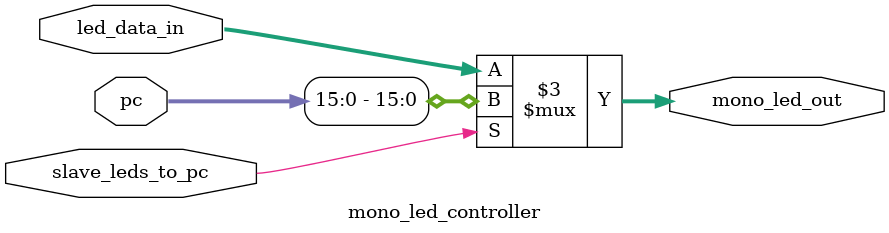
<source format=sv>
`timescale 1ns / 1ps

module mono_led_controller(
    input logic [31:0] pc,
    input logic [15:0] led_data_in,
    input logic slave_leds_to_pc,    
    output logic [15:0] mono_led_out
    );
    
    always_comb begin
        if (slave_leds_to_pc) mono_led_out = pc[15:0];
        else mono_led_out = led_data_in;
    end
endmodule

</source>
